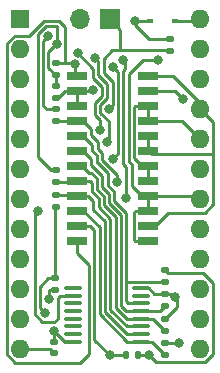
<source format=gbr>
%TF.GenerationSoftware,KiCad,Pcbnew,7.0.8-7.0.8~ubuntu23.04.1*%
%TF.CreationDate,2023-10-18T20:22:37+02:00*%
%TF.ProjectId,eprom_replacer2,6570726f-6d5f-4726-9570-6c6163657232,1.01*%
%TF.SameCoordinates,Original*%
%TF.FileFunction,Copper,L1,Top*%
%TF.FilePolarity,Positive*%
%FSLAX46Y46*%
G04 Gerber Fmt 4.6, Leading zero omitted, Abs format (unit mm)*
G04 Created by KiCad (PCBNEW 7.0.8-7.0.8~ubuntu23.04.1) date 2023-10-18 20:22:37*
%MOMM*%
%LPD*%
G01*
G04 APERTURE LIST*
G04 Aperture macros list*
%AMRoundRect*
0 Rectangle with rounded corners*
0 $1 Rounding radius*
0 $2 $3 $4 $5 $6 $7 $8 $9 X,Y pos of 4 corners*
0 Add a 4 corners polygon primitive as box body*
4,1,4,$2,$3,$4,$5,$6,$7,$8,$9,$2,$3,0*
0 Add four circle primitives for the rounded corners*
1,1,$1+$1,$2,$3*
1,1,$1+$1,$4,$5*
1,1,$1+$1,$6,$7*
1,1,$1+$1,$8,$9*
0 Add four rect primitives between the rounded corners*
20,1,$1+$1,$2,$3,$4,$5,0*
20,1,$1+$1,$4,$5,$6,$7,0*
20,1,$1+$1,$6,$7,$8,$9,0*
20,1,$1+$1,$8,$9,$2,$3,0*%
G04 Aperture macros list end*
%TA.AperFunction,SMDPad,CuDef*%
%ADD10RoundRect,0.135000X-0.185000X0.135000X-0.185000X-0.135000X0.185000X-0.135000X0.185000X0.135000X0*%
%TD*%
%TA.AperFunction,SMDPad,CuDef*%
%ADD11RoundRect,0.100000X0.637500X0.100000X-0.637500X0.100000X-0.637500X-0.100000X0.637500X-0.100000X0*%
%TD*%
%TA.AperFunction,SMDPad,CuDef*%
%ADD12RoundRect,0.140000X0.170000X-0.140000X0.170000X0.140000X-0.170000X0.140000X-0.170000X-0.140000X0*%
%TD*%
%TA.AperFunction,SMDPad,CuDef*%
%ADD13RoundRect,0.135000X0.185000X-0.135000X0.185000X0.135000X-0.185000X0.135000X-0.185000X-0.135000X0*%
%TD*%
%TA.AperFunction,ComponentPad*%
%ADD14R,1.700000X1.700000*%
%TD*%
%TA.AperFunction,ComponentPad*%
%ADD15O,1.700000X1.700000*%
%TD*%
%TA.AperFunction,SMDPad,CuDef*%
%ADD16R,0.600000X0.450000*%
%TD*%
%TA.AperFunction,SMDPad,CuDef*%
%ADD17RoundRect,0.135000X0.135000X0.185000X-0.135000X0.185000X-0.135000X-0.185000X0.135000X-0.185000X0*%
%TD*%
%TA.AperFunction,ComponentPad*%
%ADD18R,1.600000X1.600000*%
%TD*%
%TA.AperFunction,ComponentPad*%
%ADD19O,1.600000X1.600000*%
%TD*%
%TA.AperFunction,SMDPad,CuDef*%
%ADD20RoundRect,0.140000X-0.170000X0.140000X-0.170000X-0.140000X0.170000X-0.140000X0.170000X0.140000X0*%
%TD*%
%TA.AperFunction,SMDPad,CuDef*%
%ADD21R,1.800000X0.760000*%
%TD*%
%TA.AperFunction,ViaPad*%
%ADD22C,0.800000*%
%TD*%
%TA.AperFunction,Conductor*%
%ADD23C,0.250000*%
%TD*%
G04 APERTURE END LIST*
D10*
%TO.P,R8,1*%
%TO.N,GND*%
X103860600Y-87399400D03*
%TO.P,R8,2*%
%TO.N,/~{OE}*%
X103860600Y-88419400D03*
%TD*%
D11*
%TO.P,U1,1,A0*%
%TO.N,Net-(R5-Pad2)*%
X111066500Y-107100800D03*
%TO.P,U1,2,A1*%
%TO.N,Net-(R1-Pad2)*%
X111066500Y-106450800D03*
%TO.P,U1,3,A2*%
%TO.N,Net-(R6-Pad2)*%
X111066500Y-105800800D03*
%TO.P,U1,4,E1*%
%TO.N,Net-(R2-Pad2)*%
X111066500Y-105150800D03*
%TO.P,U1,5,E2*%
%TO.N,Net-(R3-Pad2)*%
X111066500Y-104500800D03*
%TO.P,U1,6,E3*%
%TO.N,Net-(R7-Pad2)*%
X111066500Y-103850800D03*
%TO.P,U1,7,O7*%
%TO.N,unconnected-(U1-Pad7)*%
X111066500Y-103200800D03*
%TO.P,U1,8,GND*%
%TO.N,GND*%
X111066500Y-102550800D03*
%TO.P,U1,9,O6*%
%TO.N,unconnected-(U1-Pad9)*%
X105341500Y-102550800D03*
%TO.P,U1,10,O5*%
%TO.N,/~{CE}*%
X105341500Y-103200800D03*
%TO.P,U1,11,O4*%
%TO.N,unconnected-(U1-Pad11)*%
X105341500Y-103850800D03*
%TO.P,U1,12,O3*%
%TO.N,unconnected-(U1-Pad12)*%
X105341500Y-104500800D03*
%TO.P,U1,13,O2*%
%TO.N,unconnected-(U1-Pad13)*%
X105341500Y-105150800D03*
%TO.P,U1,14,O1*%
%TO.N,unconnected-(U1-Pad14)*%
X105341500Y-105800800D03*
%TO.P,U1,15,O0*%
%TO.N,unconnected-(U1-Pad15)*%
X105341500Y-106450800D03*
%TO.P,U1,16,VCC*%
%TO.N,+5V*%
X105341500Y-107100800D03*
%TD*%
D10*
%TO.P,R4,1*%
%TO.N,+5V*%
X103886000Y-85443600D03*
%TO.P,R4,2*%
%TO.N,/A10*%
X103886000Y-86463600D03*
%TD*%
D12*
%TO.P,C2,1*%
%TO.N,+5V*%
X103784400Y-102689600D03*
%TO.P,C2,2*%
%TO.N,GND*%
X103784400Y-101729600D03*
%TD*%
D10*
%TO.P,R2,1*%
%TO.N,GND*%
X113131600Y-105179400D03*
%TO.P,R2,2*%
%TO.N,Net-(R2-Pad2)*%
X113131600Y-106199400D03*
%TD*%
%TO.P,R9,1*%
%TO.N,+5V*%
X113512600Y-81428400D03*
%TO.P,R9,2*%
%TO.N,/~{WE}*%
X113512600Y-82448400D03*
%TD*%
D13*
%TO.P,R12,1*%
%TO.N,+5V*%
X103886000Y-84533200D03*
%TO.P,R12,2*%
%TO.N,/A11*%
X103886000Y-83513200D03*
%TD*%
D14*
%TO.P,J3,1,Pin_1*%
%TO.N,/~{WE}*%
X108432600Y-79781400D03*
D15*
%TO.P,J3,2,Pin_2*%
%TO.N,/PIN18*%
X105892600Y-79781400D03*
%TD*%
D10*
%TO.P,R3,1*%
%TO.N,GND*%
X113131600Y-103020400D03*
%TO.P,R3,2*%
%TO.N,Net-(R3-Pad2)*%
X113131600Y-104040400D03*
%TD*%
D16*
%TO.P,D1,1,K*%
%TO.N,+5V*%
X111827600Y-79908400D03*
%TO.P,D1,2,A*%
%TO.N,/A13*%
X113927600Y-79908400D03*
%TD*%
D17*
%TO.P,R11,1*%
%TO.N,+5V*%
X110847600Y-108229400D03*
%TO.P,R11,2*%
%TO.N,/A12*%
X109827600Y-108229400D03*
%TD*%
D18*
%TO.P,J2,1,Pin_1*%
%TO.N,/A7*%
X100838000Y-79756000D03*
D19*
%TO.P,J2,2,Pin_2*%
%TO.N,/A6*%
X100838000Y-82296000D03*
%TO.P,J2,3,Pin_3*%
%TO.N,/A5*%
X100838000Y-84836000D03*
%TO.P,J2,4,Pin_4*%
%TO.N,/A4*%
X100838000Y-87376000D03*
%TO.P,J2,5,Pin_5*%
%TO.N,/A3*%
X100838000Y-89916000D03*
%TO.P,J2,6,Pin_6*%
%TO.N,/A2*%
X100838000Y-92456000D03*
%TO.P,J2,7,Pin_7*%
%TO.N,/A1*%
X100838000Y-94996000D03*
%TO.P,J2,8,Pin_8*%
%TO.N,/A0*%
X100838000Y-97536000D03*
%TO.P,J2,9,Pin_9*%
%TO.N,/D0*%
X100838000Y-100076000D03*
%TO.P,J2,10,Pin_10*%
%TO.N,/D1*%
X100838000Y-102616000D03*
%TO.P,J2,11,Pin_11*%
%TO.N,/D2*%
X100838000Y-105156000D03*
%TO.P,J2,12,Pin_12*%
%TO.N,GND*%
X100838000Y-107696000D03*
%TO.P,J2,13,Pin_13*%
%TO.N,/D3*%
X116078000Y-107696000D03*
%TO.P,J2,14,Pin_14*%
%TO.N,/D4*%
X116078000Y-105156000D03*
%TO.P,J2,15,Pin_15*%
%TO.N,/D5*%
X116078000Y-102616000D03*
%TO.P,J2,16,Pin_16*%
%TO.N,/D6*%
X116078000Y-100076000D03*
%TO.P,J2,17,Pin_17*%
%TO.N,/D7*%
X116078000Y-97536000D03*
%TO.P,J2,18,Pin_18*%
%TO.N,/PIN18*%
X116078000Y-94996000D03*
%TO.P,J2,19,Pin_19*%
%TO.N,/PIN19*%
X116078000Y-92456000D03*
%TO.P,J2,20,Pin_20*%
%TO.N,/PIN20*%
X116078000Y-89916000D03*
%TO.P,J2,21,Pin_21*%
%TO.N,/PIN21*%
X116078000Y-87376000D03*
%TO.P,J2,22,Pin_22*%
%TO.N,/A9*%
X116078000Y-84836000D03*
%TO.P,J2,23,Pin_23*%
%TO.N,/A8*%
X116078000Y-82296000D03*
%TO.P,J2,24,Pin_24*%
%TO.N,/A13*%
X116078000Y-79756000D03*
%TD*%
D13*
%TO.P,R1,1*%
%TO.N,GND*%
X103886000Y-95658400D03*
%TO.P,R1,2*%
%TO.N,Net-(R1-Pad2)*%
X103886000Y-94638400D03*
%TD*%
D20*
%TO.P,C1,1*%
%TO.N,+5V*%
X103733600Y-107114400D03*
%TO.P,C1,2*%
%TO.N,GND*%
X103733600Y-108074400D03*
%TD*%
D21*
%TO.P,SW1,1*%
%TO.N,/PIN18*%
X111712000Y-98556600D03*
%TO.P,SW1,2*%
%TO.N,/PIN21*%
X111712000Y-97286600D03*
%TO.P,SW1,3*%
%TO.N,/PIN18*%
X111712000Y-96016600D03*
%TO.P,SW1,4*%
X111712000Y-94746600D03*
%TO.P,SW1,5*%
%TO.N,/PIN20*%
X111712000Y-93476600D03*
%TO.P,SW1,6*%
X111712000Y-92206600D03*
%TO.P,SW1,7*%
%TO.N,/PIN21*%
X111712000Y-90936600D03*
%TO.P,SW1,8*%
X111712000Y-89666600D03*
%TO.P,SW1,9*%
%TO.N,/PIN20*%
X111712000Y-88396600D03*
%TO.P,SW1,10*%
X111712000Y-87126600D03*
%TO.P,SW1,11*%
%TO.N,/PIN19*%
X111712000Y-85856600D03*
%TO.P,SW1,12*%
%TO.N,/PIN21*%
X111712000Y-84586600D03*
%TO.P,SW1,13*%
%TO.N,/A11*%
X105662000Y-84586600D03*
%TO.P,SW1,14*%
%TO.N,/A10*%
X105662000Y-85856600D03*
%TO.P,SW1,15*%
X105662000Y-87126600D03*
%TO.P,SW1,16*%
%TO.N,/~{OE}*%
X105662000Y-88396600D03*
%TO.P,SW1,17*%
%TO.N,Net-(R7-Pad2)*%
X105662000Y-89666600D03*
%TO.P,SW1,18*%
%TO.N,Net-(R3-Pad2)*%
X105662000Y-90936600D03*
%TO.P,SW1,19*%
%TO.N,Net-(R2-Pad2)*%
X105662000Y-92206600D03*
%TO.P,SW1,20*%
%TO.N,Net-(R6-Pad2)*%
X105662000Y-93476600D03*
%TO.P,SW1,21*%
%TO.N,Net-(R1-Pad2)*%
X105662000Y-94746600D03*
%TO.P,SW1,22*%
%TO.N,Net-(R5-Pad2)*%
X105662000Y-96016600D03*
%TO.P,SW1,23*%
%TO.N,/A12*%
X105662000Y-97286600D03*
%TO.P,SW1,24*%
%TO.N,/A11*%
X105662000Y-98556600D03*
%TD*%
D10*
%TO.P,R5,1*%
%TO.N,+5V*%
X113131600Y-107211400D03*
%TO.P,R5,2*%
%TO.N,Net-(R5-Pad2)*%
X113131600Y-108231400D03*
%TD*%
%TO.P,R6,1*%
%TO.N,+5V*%
X103886000Y-92581000D03*
%TO.P,R6,2*%
%TO.N,Net-(R6-Pad2)*%
X103886000Y-93601000D03*
%TD*%
%TO.P,R7,1*%
%TO.N,+5V*%
X113131600Y-100988400D03*
%TO.P,R7,2*%
%TO.N,Net-(R7-Pad2)*%
X113131600Y-102008400D03*
%TD*%
D22*
%TO.N,GND*%
X102975899Y-104669101D03*
X103225600Y-81187688D03*
X113922419Y-103286900D03*
%TO.N,/PIN18*%
X112496600Y-83210400D03*
%TO.N,/PIN19*%
X114657234Y-86510972D03*
%TO.N,/A9*%
X108170601Y-90158221D03*
X107162600Y-83081846D03*
%TO.N,/A8*%
X105719825Y-82613827D03*
X107611500Y-89184320D03*
%TO.N,+5V*%
X103950100Y-81893063D03*
X111729301Y-108229400D03*
X114274600Y-107213400D03*
X103733600Y-106197400D03*
X103256137Y-103445269D03*
X110591600Y-79908400D03*
%TO.N,/A10*%
X109840737Y-94883263D03*
X107006335Y-85770376D03*
X109575600Y-83210400D03*
%TO.N,/~{OE}*%
X109064680Y-93610122D03*
%TO.N,/~{WE}*%
X108336601Y-87401400D03*
%TO.N,/A12*%
X108432600Y-108229400D03*
%TO.N,/A11*%
X108691934Y-91587066D03*
X105511600Y-83591400D03*
X108684797Y-83843597D03*
%TO.N,/~{CE}*%
X102336600Y-96037400D03*
%TD*%
D23*
%TO.N,GND*%
X102516500Y-102461500D02*
X102516500Y-104209702D01*
X103784400Y-101729600D02*
X103248400Y-101729600D01*
X111066500Y-102550800D02*
X111755041Y-102550800D01*
X114147600Y-103512081D02*
X113922419Y-103286900D01*
X103784400Y-95760000D02*
X103784400Y-101729600D01*
X102516500Y-104209702D02*
X102975899Y-104669101D01*
X112224641Y-103020400D02*
X113655919Y-103020400D01*
X102791499Y-87094299D02*
X102791499Y-81621789D01*
X113131600Y-105179400D02*
X114147600Y-104163400D01*
X103248400Y-101729600D02*
X102516500Y-102461500D01*
X113655919Y-103020400D02*
X113922419Y-103286900D01*
X100838000Y-107696000D02*
X103355200Y-107696000D01*
X103860600Y-87399400D02*
X103096600Y-87399400D01*
X102791499Y-81621789D02*
X103225600Y-81187688D01*
X114147600Y-104163400D02*
X114147600Y-103512081D01*
X103096600Y-87399400D02*
X102791499Y-87094299D01*
X103355200Y-107696000D02*
X103733600Y-108074400D01*
X111755041Y-102550800D02*
X112224641Y-103020400D01*
X103886000Y-95658400D02*
X103784400Y-95760000D01*
%TO.N,/PIN18*%
X110464600Y-98450400D02*
X110570800Y-98556600D01*
X111712000Y-94746600D02*
X115828600Y-94746600D01*
X110037499Y-91799954D02*
X110337600Y-92100055D01*
X110337600Y-92100055D02*
X110337600Y-93892200D01*
X110464600Y-96164400D02*
X110464600Y-98450400D01*
X111712000Y-94746600D02*
X111712000Y-96016600D01*
X110570800Y-98556600D02*
X111712000Y-98556600D01*
X110337600Y-93892200D02*
X111192000Y-94746600D01*
X111712000Y-96016600D02*
X110612400Y-96016600D01*
X115828600Y-94746600D02*
X116078000Y-94996000D01*
X112496600Y-83210400D02*
X111226600Y-83210400D01*
X110612400Y-96016600D02*
X110464600Y-96164400D01*
X110037499Y-84399501D02*
X110037499Y-91799954D01*
X111192000Y-94746600D02*
X111712000Y-94746600D01*
X111226600Y-83210400D02*
X110037499Y-84399501D01*
%TO.N,/PIN19*%
X111712000Y-85856600D02*
X114002862Y-85856600D01*
X114002862Y-85856600D02*
X114657234Y-86510972D01*
%TO.N,/PIN20*%
X110487000Y-91501600D02*
X111192000Y-92206600D01*
X116078000Y-89916000D02*
X114558600Y-88396600D01*
X110612400Y-87126600D02*
X110487000Y-87252000D01*
X110487000Y-87252000D02*
X110487000Y-91501600D01*
X111712000Y-87126600D02*
X111712000Y-88396600D01*
X111712000Y-87126600D02*
X110612400Y-87126600D01*
X111712000Y-93476600D02*
X111712000Y-92206600D01*
X111192000Y-92206600D02*
X111712000Y-92206600D01*
X114558600Y-88396600D02*
X111712000Y-88396600D01*
%TO.N,/PIN21*%
X111712000Y-84586600D02*
X113757460Y-84586600D01*
X117203000Y-91211400D02*
X117203000Y-90381991D01*
X111712000Y-90936600D02*
X111712000Y-89666600D01*
X116500591Y-96164400D02*
X117203000Y-95461991D01*
X113354200Y-96164400D02*
X116500591Y-96164400D01*
X111712000Y-97286600D02*
X112232000Y-97286600D01*
X116078000Y-86907140D02*
X116078000Y-87376000D01*
X117203000Y-90381991D02*
X117203000Y-88501000D01*
X117203000Y-88501000D02*
X116078000Y-87376000D01*
X112232000Y-97286600D02*
X113354200Y-96164400D01*
X117203000Y-95461991D02*
X117203000Y-90381991D01*
X111712000Y-90936600D02*
X111986800Y-91211400D01*
X111986800Y-91211400D02*
X117203000Y-91211400D01*
X113757460Y-84586600D02*
X116078000Y-86907140D01*
%TO.N,/A9*%
X108336000Y-89992822D02*
X108170601Y-90158221D01*
X108239495Y-86442907D02*
X107612101Y-87070301D01*
X108239495Y-85303985D02*
X108239495Y-86442907D01*
X107475099Y-84539589D02*
X108239495Y-85303985D01*
X107612101Y-87723211D02*
X108336000Y-88447110D01*
X107612101Y-87070301D02*
X107612101Y-87723211D01*
X107475099Y-83394345D02*
X107475099Y-84539589D01*
X107162600Y-83081846D02*
X107475099Y-83394345D01*
X108336000Y-88447110D02*
X108336000Y-89992822D01*
%TO.N,/A8*%
X107611500Y-88358300D02*
X107611500Y-89184320D01*
X107162600Y-87909400D02*
X107611500Y-88358300D01*
X107025598Y-84725778D02*
X107789994Y-85490174D01*
X107789994Y-85490174D02*
X107789994Y-86256718D01*
X107025598Y-83969442D02*
X107025598Y-84725778D01*
X107789994Y-86256718D02*
X107162600Y-86884112D01*
X107162600Y-86884112D02*
X107162600Y-87909400D01*
X105719825Y-82663669D02*
X107025598Y-83969442D01*
X105719825Y-82613827D02*
X105719825Y-82663669D01*
%TO.N,/A13*%
X115925600Y-79908400D02*
X113927600Y-79908400D01*
X116078000Y-79756000D02*
X115925600Y-79908400D01*
%TO.N,+5V*%
X113131600Y-107211400D02*
X114272600Y-107211400D01*
X103886000Y-92581000D02*
X103452200Y-92581000D01*
X103452200Y-92581000D02*
X102341998Y-91470798D01*
X105341500Y-107100800D02*
X104637000Y-107100800D01*
X102341998Y-91470798D02*
X102341998Y-81046692D01*
X102341998Y-81046692D02*
X103030789Y-80357901D01*
X103784400Y-102689600D02*
X103256137Y-102689600D01*
X113387600Y-101244400D02*
X116306600Y-101244400D01*
X103950100Y-80378900D02*
X103950100Y-81893063D01*
X103030789Y-80357901D02*
X103929101Y-80357901D01*
X113131600Y-100988400D02*
X113387600Y-101244400D01*
X103886000Y-85443600D02*
X103886000Y-84533200D01*
X110591600Y-80289400D02*
X110591600Y-79908400D01*
X117202500Y-108162491D02*
X116538591Y-108826400D01*
X114272600Y-107211400D02*
X114274600Y-107213400D01*
X113512600Y-81428400D02*
X111730600Y-81428400D01*
X103886000Y-85443600D02*
X103860600Y-85418200D01*
X116538591Y-108826400D02*
X112326301Y-108826400D01*
X103733600Y-107114400D02*
X103733600Y-106197400D01*
X103241000Y-82560000D02*
X103907937Y-81893063D01*
X110847600Y-108229400D02*
X111729301Y-108229400D01*
X116306600Y-101244400D02*
X117202500Y-102140300D01*
X117202500Y-102140300D02*
X117202500Y-108162491D01*
X111730600Y-81428400D02*
X110591600Y-80289400D01*
X103860600Y-85418200D02*
X103860600Y-84507800D01*
X103907937Y-81893063D02*
X103950100Y-81893063D01*
X103241000Y-83888200D02*
X103241000Y-82560000D01*
X112326301Y-108826400D02*
X111729301Y-108229400D01*
X111827600Y-79908400D02*
X110591600Y-79908400D01*
X103860600Y-84507800D02*
X103241000Y-83888200D01*
X103929101Y-80357901D02*
X103950100Y-80378900D01*
X104637000Y-107100800D02*
X103733600Y-106197400D01*
X103256137Y-102689600D02*
X103256137Y-103445269D01*
%TO.N,Net-(R1-Pad2)*%
X108031596Y-104595556D02*
X109886840Y-106450800D01*
X105553800Y-94638400D02*
X105662000Y-94746600D01*
X105662000Y-94746600D02*
X106633800Y-94746600D01*
X109886840Y-106450800D02*
X111066500Y-106450800D01*
X108031596Y-96906396D02*
X108031596Y-104595556D01*
X106633800Y-94746600D02*
X107035600Y-95148400D01*
X103886000Y-94638400D02*
X105553800Y-94638400D01*
X107035600Y-95910400D02*
X108031596Y-96906396D01*
X107035600Y-95148400D02*
X107035600Y-95910400D01*
%TO.N,Net-(R2-Pad2)*%
X106690800Y-92771600D02*
X106881300Y-92771600D01*
X109858220Y-105150800D02*
X111066500Y-105150800D01*
X108930598Y-96534018D02*
X108930598Y-104223178D01*
X112083000Y-105150800D02*
X113131600Y-106199400D01*
X105662000Y-92206600D02*
X106125800Y-92206600D01*
X111066500Y-105150800D02*
X112083000Y-105150800D01*
X107367355Y-93257655D02*
X107367355Y-94208775D01*
X108930598Y-104223178D02*
X109858220Y-105150800D01*
X106125800Y-92206600D02*
X106690800Y-92771600D01*
X107367355Y-94208775D02*
X107934602Y-94776022D01*
X107934602Y-94776022D02*
X107934602Y-95538022D01*
X107934602Y-95538022D02*
X108930598Y-96534018D01*
X106881300Y-92771600D02*
X107367355Y-93257655D01*
%TO.N,Net-(R3-Pad2)*%
X109380099Y-104036989D02*
X109843910Y-104500800D01*
X106182000Y-90936600D02*
X106887000Y-91641600D01*
X111066500Y-104500800D02*
X112671200Y-104500800D01*
X106887000Y-92114310D02*
X107817355Y-93044665D01*
X108384103Y-95351833D02*
X109380099Y-96347829D01*
X112671200Y-104500800D02*
X113131600Y-104040400D01*
X109843910Y-104500800D02*
X111066500Y-104500800D01*
X109380099Y-96347829D02*
X109380099Y-104036989D01*
X107817355Y-94023085D02*
X108384103Y-94589833D01*
X107817355Y-93044665D02*
X107817355Y-94023085D01*
X108384103Y-94589833D02*
X108384103Y-95351833D01*
X106887000Y-91641600D02*
X106887000Y-92114310D01*
X105662000Y-90936600D02*
X106182000Y-90936600D01*
%TO.N,/A10*%
X105662000Y-87126600D02*
X105662000Y-85856600D01*
X106920111Y-85856600D02*
X107006335Y-85770376D01*
X104643400Y-85856600D02*
X104036400Y-86463600D01*
X109761099Y-84040211D02*
X109587998Y-84213312D01*
X109761099Y-83395899D02*
X109761099Y-84040211D01*
X105662000Y-85856600D02*
X104643400Y-85856600D01*
X105662000Y-85856600D02*
X106920111Y-85856600D01*
X109587998Y-84213312D02*
X109587998Y-92039320D01*
X109840737Y-92292059D02*
X109840737Y-94883263D01*
X109575600Y-83210400D02*
X109761099Y-83395899D01*
X109587998Y-92039320D02*
X109840737Y-92292059D01*
X104036400Y-86463600D02*
X103886000Y-86463600D01*
%TO.N,Net-(R5-Pad2)*%
X105662000Y-96016600D02*
X106182000Y-96016600D01*
X106182000Y-96016600D02*
X107582095Y-97416695D01*
X112001000Y-107100800D02*
X113131600Y-108231400D01*
X107582095Y-97416695D02*
X107582095Y-104781745D01*
X107582095Y-104781745D02*
X109901150Y-107100800D01*
X109901150Y-107100800D02*
X111066500Y-107100800D01*
X111066500Y-107100800D02*
X112001000Y-107100800D01*
%TO.N,Net-(R6-Pad2)*%
X107485101Y-95724211D02*
X108481097Y-96720207D01*
X106760800Y-93476600D02*
X106917854Y-93633654D01*
X107485101Y-94962211D02*
X107485101Y-95724211D01*
X105537600Y-93601000D02*
X105662000Y-93476600D01*
X105662000Y-93476600D02*
X106760800Y-93476600D01*
X106917854Y-94394964D02*
X107485101Y-94962211D01*
X108481097Y-104409367D02*
X109872530Y-105800800D01*
X106917854Y-93633654D02*
X106917854Y-94394964D01*
X108481097Y-96720207D02*
X108481097Y-104409367D01*
X103886000Y-93601000D02*
X105537600Y-93601000D01*
X109872530Y-105800800D02*
X111066500Y-105800800D01*
%TO.N,Net-(R7-Pad2)*%
X109829600Y-102264400D02*
X109829600Y-102008400D01*
X108266856Y-93836896D02*
X108833604Y-94403644D01*
X108266357Y-92821777D02*
X108266357Y-92850677D01*
X107336501Y-91920821D02*
X107379078Y-91963398D01*
X106967099Y-90946009D02*
X107336501Y-91315411D01*
X111066500Y-103850800D02*
X110023000Y-103850800D01*
X107379078Y-91963398D02*
X107407978Y-91963398D01*
X108266856Y-92851176D02*
X108266856Y-93836896D01*
X109829600Y-102008400D02*
X113131600Y-102008400D01*
X110023000Y-103850800D02*
X109829600Y-103657400D01*
X109829600Y-96161640D02*
X109829600Y-102264400D01*
X109829600Y-103657400D02*
X109829600Y-102264400D01*
X108266357Y-92850677D02*
X108266856Y-92851176D01*
X108833604Y-94403644D02*
X108833604Y-95165644D01*
X107336501Y-91315411D02*
X107336501Y-91920821D01*
X106967099Y-90451699D02*
X106967099Y-90946009D01*
X105662000Y-89666600D02*
X106182000Y-89666600D01*
X107407978Y-91963398D02*
X108266357Y-92821777D01*
X108833604Y-95165644D02*
X109829600Y-96161640D01*
X106182000Y-89666600D02*
X106967099Y-90451699D01*
%TO.N,/~{OE}*%
X107446101Y-90180701D02*
X107446101Y-90789321D01*
X108715858Y-92664488D02*
X109064680Y-93013310D01*
X106887000Y-89621600D02*
X107446101Y-90180701D01*
X108715858Y-92635588D02*
X108715858Y-92664488D01*
X103860600Y-88419400D02*
X103883400Y-88396600D01*
X107786002Y-91705732D02*
X108715858Y-92635588D01*
X109064680Y-93013310D02*
X109064680Y-93610122D01*
X106182000Y-88396600D02*
X106887000Y-89101600D01*
X107786002Y-91129222D02*
X107786002Y-91705732D01*
X107446101Y-90789321D02*
X107786002Y-91129222D01*
X105662000Y-88396600D02*
X106182000Y-88396600D01*
X103883400Y-88396600D02*
X105662000Y-88396600D01*
X106887000Y-89101600D02*
X106887000Y-89621600D01*
%TO.N,/~{WE}*%
X108688996Y-87049005D02*
X108336601Y-87401400D01*
X107924600Y-84353400D02*
X108688996Y-85117796D01*
X108635800Y-82423000D02*
X107924600Y-83134200D01*
X109321600Y-82423000D02*
X108635800Y-82423000D01*
X108688996Y-85117796D02*
X108688996Y-87049005D01*
X113487200Y-82423000D02*
X109321600Y-82423000D01*
X109321600Y-80670400D02*
X109321600Y-82423000D01*
X108432600Y-79781400D02*
X109321600Y-80670400D01*
X107924600Y-83134200D02*
X107924600Y-84353400D01*
%TO.N,/A12*%
X107132594Y-97658394D02*
X107132594Y-106929394D01*
X106760800Y-97286600D02*
X107132594Y-97658394D01*
X107132594Y-106929394D02*
X108432600Y-108229400D01*
X105662000Y-97286600D02*
X106760800Y-97286600D01*
X109827600Y-108229400D02*
X108432600Y-108229400D01*
%TO.N,/A11*%
X105511600Y-83591400D02*
X105511600Y-84436200D01*
X106654600Y-108102400D02*
X105892600Y-108864400D01*
X100372009Y-81171000D02*
X101582000Y-81171000D01*
X100416116Y-108864400D02*
X99713000Y-108161284D01*
X105662000Y-98556600D02*
X105662000Y-99616800D01*
X104674600Y-80467710D02*
X104674600Y-83513200D01*
X104115290Y-79908400D02*
X104674600Y-80467710D01*
X99713000Y-81830009D02*
X100372009Y-81171000D01*
X105662000Y-99616800D02*
X106654600Y-100609400D01*
X105892600Y-108864400D02*
X100416116Y-108864400D01*
X101582000Y-81171000D02*
X102844600Y-79908400D01*
X104674600Y-83513200D02*
X103886000Y-83513200D01*
X109138497Y-91140503D02*
X108691934Y-91587066D01*
X106654600Y-100609400D02*
X106654600Y-108102400D01*
X99713000Y-108161284D02*
X99713000Y-81830009D01*
X105433400Y-83513200D02*
X103886000Y-83513200D01*
X108684797Y-83843597D02*
X109138497Y-84297297D01*
X102844600Y-79908400D02*
X104115290Y-79908400D01*
X109138497Y-84297297D02*
X109138497Y-91140503D01*
X105511600Y-84436200D02*
X105662000Y-84586600D01*
%TO.N,/~{CE}*%
X104038209Y-103403400D02*
X104038209Y-105130791D01*
X103733600Y-105435400D02*
X102717600Y-105435400D01*
X104038209Y-105130791D02*
X103733600Y-105435400D01*
X102066999Y-96307001D02*
X102336600Y-96037400D01*
X104240809Y-103200800D02*
X104038209Y-103403400D01*
X102717600Y-105435400D02*
X102066999Y-104784799D01*
X105341500Y-103200800D02*
X104240809Y-103200800D01*
X102066999Y-104784799D02*
X102066999Y-96307001D01*
%TD*%
M02*

</source>
